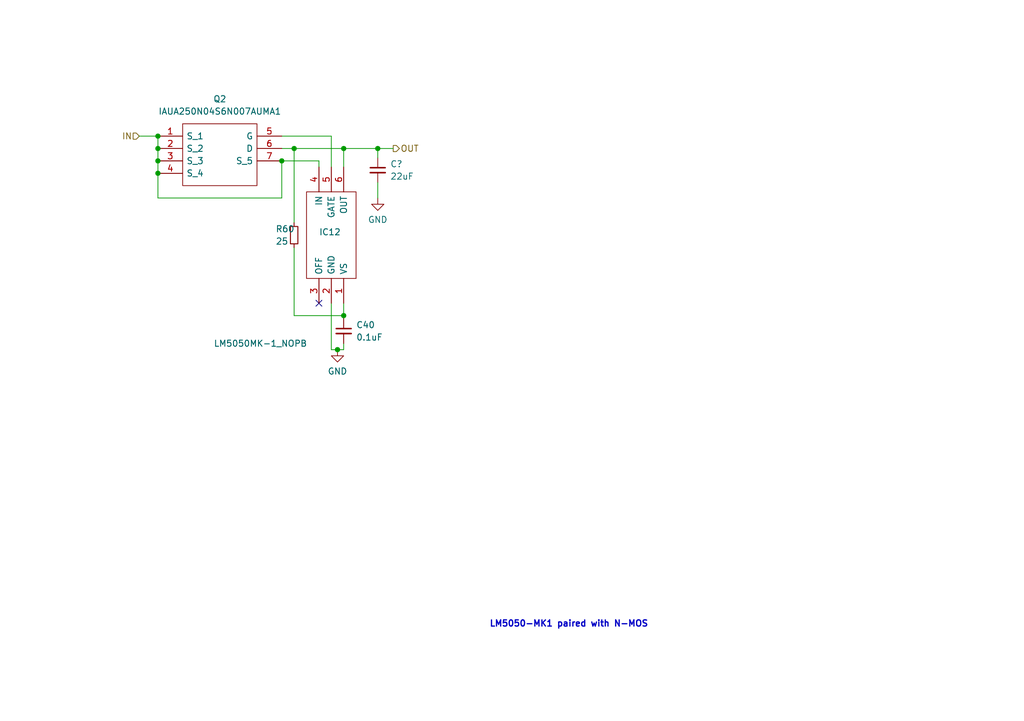
<source format=kicad_sch>
(kicad_sch (version 20211123) (generator eeschema)
  (paper "A5")
  (lib_symbols
    (symbol "Device:C_Small" (pin_numbers hide) (pin_names (offset 0.254) hide)
      (property "Reference" "C" (at 0.254 1.778 0))
      (property "Value" "C_Small" (at 0.254 -2.032 0))
      (symbol "C_Small_0_1"
        (polyline (pts (xy -1.524 -0.508) (xy 1.524 -0.508)) (stroke (width 0.3302)))
        (polyline (pts (xy -1.524 0.508) (xy 1.524 0.508)) (stroke (width 0.3048)))
      )
      (symbol "C_Small_1_1"
        (pin passive line (at 0 2.54 270) (length 2.032) (name "~") (number "1"))
        (pin passive line (at 0 -2.54 90) (length 2.032) (name "~") (number "2"))
      )
    )
    (symbol "Device:R_Small" (pin_numbers hide) (pin_names (offset 0.254) hide)
      (property "Reference" "R" (at 0.762 0.508 0))
      (property "Value" "R_Small" (at 0.762 -1.016 0))
      (symbol "R_Small_0_1"
        (rectangle (start -0.762 1.778) (end 0.762 -1.778) (stroke (width 0.2032)))
      )
      (symbol "R_Small_1_1"
        (pin passive line (at 0 2.54 270) (length 0.762) (name "~") (number "1"))
        (pin passive line (at 0 -2.54 90) (length 0.762) (name "~") (number "2"))
      )
    )
    (symbol "PDM_additional:IAUA250N04S6N007AUMA1" (pin_names (offset 0.762))
      (property "Reference" "Q" (at 21.59 7.62 0))
      (property "Value" "IAUA250N04S6N007AUMA1" (at 21.59 5.08 0))
      (symbol "IAUA250N04S6N007AUMA1_0_0"
        (pin passive line (at 0 0 0) (length 5.08) (name "S_1") (number "1"))
        (pin passive line (at 0 -2.54 0) (length 5.08) (name "S_2") (number "2"))
        (pin passive line (at 0 -5.08 0) (length 5.08) (name "S_3") (number "3"))
        (pin passive line (at 0 -7.62 0) (length 5.08) (name "S_4") (number "4"))
        (pin passive line (at 25.4 0 180) (length 5.08) (name "G") (number "5"))
        (pin passive line (at 25.4 -2.54 180) (length 5.08) (name "D") (number "6"))
        (pin passive line (at 25.4 -5.08 180) (length 5.08) (name "S_5") (number "7"))
      )
      (symbol "IAUA250N04S6N007AUMA1_0_1"
        (polyline (pts (xy 5.08 2.54) (xy 20.32 2.54) (xy 20.32 -10.16) (xy 5.08 -10.16) (xy 5.08 2.54)) (stroke (width 0.1524)))
      )
    )
    (symbol "PDM_additional:LM5050MK-1_NOPB" (pin_names (offset 0.762))
      (property "Reference" "IC" (at 24.13 7.62 0))
      (property "Value" "LM5050MK-1_NOPB" (at 24.13 5.08 0))
      (symbol "LM5050MK-1_NOPB_0_0"
        (pin passive line (at 0 0 0) (length 5.08) (name "VS") (number "1"))
        (pin passive line (at 0 -2.54 0) (length 5.08) (name "GND") (number "2"))
        (pin passive line (at 0 -5.08 0) (length 5.08) (name "OFF") (number "3"))
        (pin passive line (at 27.94 -5.08 180) (length 5.08) (name "IN") (number "4"))
        (pin passive line (at 27.94 -2.54 180) (length 5.08) (name "GATE") (number "5"))
        (pin passive line (at 27.94 0 180) (length 5.08) (name "OUT") (number "6"))
      )
      (symbol "LM5050MK-1_NOPB_0_1"
        (polyline (pts (xy 5.08 2.54) (xy 22.86 2.54) (xy 22.86 -7.62) (xy 5.08 -7.62) (xy 5.08 2.54)) (stroke (width 0.1524)))
      )
    )
    (symbol "power:GND" (power) (pin_names (offset 0))
      (property "Value" "GND" (at 0 -3.81 0))
      (symbol "GND_0_1"
        (polyline (pts (xy 0 0) (xy 0 -1.27) (xy 1.27 -1.27) (xy 0 -2.54) (xy -1.27 -1.27) (xy 0 -1.27)))
      )
      (symbol "GND_1_1"
        (pin power_in line (at 0 0 270) (length 0) hide (name "GND") (number "1"))
      )
    )
  )
  (junction (at 69.215 71.755))
  (junction (at 32.385 27.94))
  (junction (at 70.485 30.48))
  (junction (at 32.385 35.56))
  (junction (at 70.485 64.77))
  (junction (at 60.325 30.48))
  (junction (at 32.385 33.02))
  (junction (at 32.385 30.48))
  (junction (at 57.785 33.02))
  (junction (at 77.47 30.48))
  (no_connect (at 65.405 62.23))
  (wire (pts (xy 70.485 64.77) (xy 70.485 62.23)))
  (wire (pts (xy 60.325 30.48) (xy 60.325 45.72)))
  (wire (pts (xy 77.47 30.48) (xy 80.645 30.48)))
  (wire (pts (xy 57.785 30.48) (xy 60.325 30.48)))
  (wire (pts (xy 57.785 33.02) (xy 57.785 40.64)))
  (wire (pts (xy 32.385 30.48) (xy 32.385 33.02)))
  (wire (pts (xy 60.325 30.48) (xy 70.485 30.48)))
  (wire (pts (xy 65.405 33.02) (xy 57.785 33.02)))
  (wire (pts (xy 67.945 62.23) (xy 67.945 71.755)))
  (wire (pts (xy 57.785 40.64) (xy 32.385 40.64)))
  (wire (pts (xy 70.485 30.48) (xy 70.485 34.29)))
  (wire (pts (xy 67.945 27.94) (xy 67.945 34.29)))
  (wire (pts (xy 28.575 27.94) (xy 32.385 27.94)))
  (wire (pts (xy 32.385 27.94) (xy 32.385 30.48)))
  (wire (pts (xy 70.485 71.755) (xy 69.215 71.755)))
  (wire (pts (xy 65.405 34.29) (xy 65.405 33.02)))
  (wire (pts (xy 60.325 50.8) (xy 60.325 64.77)))
  (wire (pts (xy 77.47 30.48) (xy 77.47 32.385)))
  (wire (pts (xy 32.385 40.64) (xy 32.385 35.56)))
  (wire (pts (xy 70.485 64.77) (xy 70.485 65.405)))
  (wire (pts (xy 67.945 71.755) (xy 69.215 71.755)))
  (wire (pts (xy 32.385 33.02) (xy 32.385 35.56)))
  (wire (pts (xy 57.785 27.94) (xy 67.945 27.94)))
  (wire (pts (xy 70.485 70.485) (xy 70.485 71.755)))
  (wire (pts (xy 70.485 30.48) (xy 77.47 30.48)))
  (wire (pts (xy 60.325 64.77) (xy 70.485 64.77)))
  (wire (pts (xy 77.47 37.465) (xy 77.47 40.64)))
  (text "LM5050-MK1 paired with N-MOS" (at 100.33 128.905 0) (effects (font (size 1.27 1.27) (thickness 0.254) bold) (justify left bottom)))
  (hierarchical_label "OUT" (shape output) (at 80.645 30.48 0))
  (hierarchical_label "IN" (shape input) (at 28.575 27.94 180))
  (symbol (lib_id "power:GND") (at 77.47 40.64 0) (unit 1)
    (property "Reference" "#PWR?" (effects hide))
    (property "Value" "GND" (at 77.47 45.085 0))
  )
  (symbol (lib_id "power:GND") (at 69.215 71.755 0) (unit 1)
    (property "Reference" "#PWR0166" (effects hide))
    (property "Value" "GND" (at 69.215 76.2 0))
  )
  (symbol (lib_id "Device:C_Small") (at 77.47 34.925 0) (unit 1)
    (property "Reference" "C?" (at 80.01 33.6612 0) (effects (justify left)))
    (property "Value" "22uF" (at 80.01 36.2012 0) (effects (justify left)))
  )
  (symbol (lib_id "Device:C_Small") (at 70.485 67.945 0) (unit 1)
    (property "Reference" "C40" (at 73.025 66.6812 0) (effects (justify left)))
    (property "Value" "0.1uF" (at 73.025 69.2212 0) (effects (justify left)))
  )
  (symbol (lib_id "PDM_additional:IAUA250N04S6N007AUMA1") (at 32.385 27.94 0) (unit 1)
    (property "Reference" "Q2" (at 45.085 20.32 0))
    (property "Value" "IAUA250N04S6N007AUMA1" (at 45.085 22.86 0))
    (property "Footprint" "IAUA250N04S6N007AUMA1" (effects hide))
    (property "Datasheet" "https://www.infineon.com/dgdl/Infineon-IAUA250N04S6N007-DataSheet-v01_00-EN.pdf?fileId=5546d462712ef9b701717821bea511a7" (effects hide))
    (property "Description" "MOSFET MOSFET_(20V 40V)" (effects hide))
    (property "Height" "2.3" (effects hide))
    (property "Manufacturer_Name" "Infineon" (effects hide))
    (property "Manufacturer_Part_Number" "IAUA250N04S6N007AUMA1" (effects hide))
    (property "Mouser Part Number" "726-IAUA250N04S6N007" (effects hide))
    (property "Mouser Price/Stock" "https://www.mouser.co.uk/ProductDetail/Infineon-Technologies/IAUA250N04S6N007AUMA1?qs=GedFDFLaBXGndGaSuwed7w%3D%3D" (effects hide))
  )
  (symbol (lib_id "Device:R_Small") (at 60.325 48.26 180) (unit 1)
    (property "Reference" "R60" (at 56.515 46.99 0) (effects (justify right)))
    (property "Value" "25" (at 56.515 49.53 0) (effects (justify right)))
  )
  (symbol (lib_id "PDM_additional:LM5050MK-1_NOPB") (at 70.485 62.23 270) (mirror x) (unit 1)
    (property "Reference" "IC12" (at 65.405 47.625 90) (effects (justify left)))
    (property "Value" "LM5050MK-1_NOPB" (at 43.815 70.485 90) (effects (justify left)))
    (property "Footprint" "SOT95P280X110-6N" (effects hide))
    (property "Datasheet" "https://datasheet.datasheetarchive.com/originals/distributors/Datasheets-SFU2/DSASFU100037043.pdf" (effects hide))
    (property "Description" "Texas Instruments LM5050MK-1/NOPB, DC-DC Controller, 6-pin, SOT" (effects hide))
    (property "Height" "1.1" (effects hide))
    (property "Manufacturer_Name" "Texas Instruments" (effects hide))
    (property "Manufacturer_Part_Number" "LM5050MK-1/NOPB" (effects hide))
    (property "Mouser Part Number" "926-LM5050MK-1/NOPB" (effects hide))
    (property "Mouser Price/Stock" "https://www.mouser.co.uk/ProductDetail/Texas-Instruments/LM5050MK-1-NOPB?qs=8BDZloOR%252BZFt3MeU8YmhyQ%3D%3D" (effects hide))
    (property "Arrow Part Number" "LM5050MK-1/NOPB" (effects hide))
    (property "Arrow Price/Stock" "https://www.arrow.com/en/products/lm5050mk-1nopb/texas-instruments" (effects hide))
  )
)
</source>
